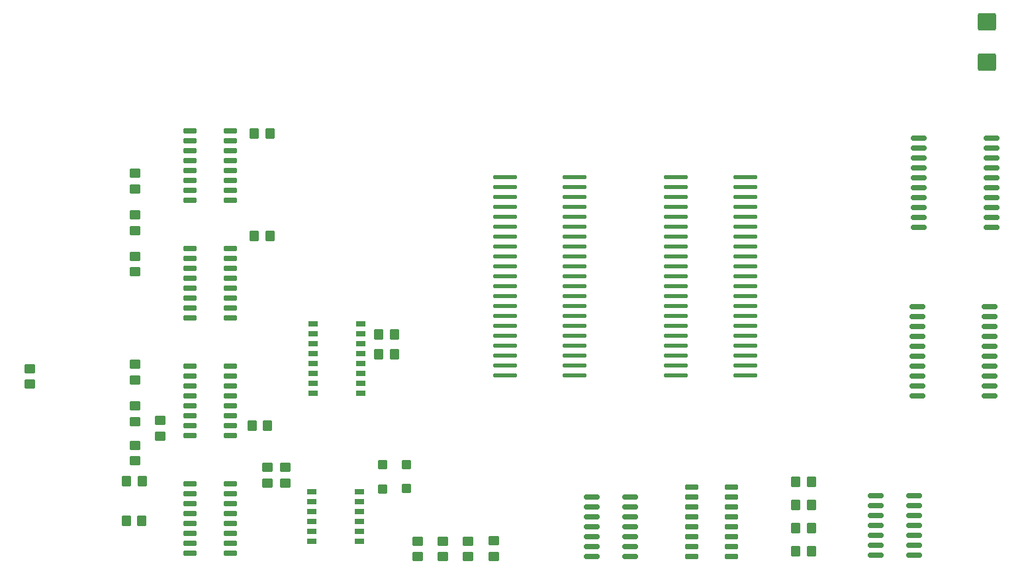
<source format=gbr>
%TF.GenerationSoftware,KiCad,Pcbnew,9.0.4*%
%TF.CreationDate,2025-12-15T16:32:27-04:00*%
%TF.ProjectId,RAMEXPB_V3,52414d45-5850-4425-9f56-332e6b696361,rev?*%
%TF.SameCoordinates,Original*%
%TF.FileFunction,Paste,Top*%
%TF.FilePolarity,Positive*%
%FSLAX46Y46*%
G04 Gerber Fmt 4.6, Leading zero omitted, Abs format (unit mm)*
G04 Created by KiCad (PCBNEW 9.0.4) date 2025-12-15 16:32:27*
%MOMM*%
%LPD*%
G01*
G04 APERTURE LIST*
G04 Aperture macros list*
%AMRoundRect*
0 Rectangle with rounded corners*
0 $1 Rounding radius*
0 $2 $3 $4 $5 $6 $7 $8 $9 X,Y pos of 4 corners*
0 Add a 4 corners polygon primitive as box body*
4,1,4,$2,$3,$4,$5,$6,$7,$8,$9,$2,$3,0*
0 Add four circle primitives for the rounded corners*
1,1,$1+$1,$2,$3*
1,1,$1+$1,$4,$5*
1,1,$1+$1,$6,$7*
1,1,$1+$1,$8,$9*
0 Add four rect primitives between the rounded corners*
20,1,$1+$1,$2,$3,$4,$5,0*
20,1,$1+$1,$4,$5,$6,$7,0*
20,1,$1+$1,$6,$7,$8,$9,0*
20,1,$1+$1,$8,$9,$2,$3,0*%
G04 Aperture macros list end*
%ADD10RoundRect,0.250000X-0.450000X0.350000X-0.450000X-0.350000X0.450000X-0.350000X0.450000X0.350000X0*%
%ADD11RoundRect,0.250000X0.450000X-0.350000X0.450000X0.350000X-0.450000X0.350000X-0.450000X-0.350000X0*%
%ADD12RoundRect,0.250000X0.350000X0.450000X-0.350000X0.450000X-0.350000X-0.450000X0.350000X-0.450000X0*%
%ADD13RoundRect,0.150000X0.725000X0.150000X-0.725000X0.150000X-0.725000X-0.150000X0.725000X-0.150000X0*%
%ADD14RoundRect,0.312500X0.312500X-0.312500X0.312500X0.312500X-0.312500X0.312500X-0.312500X-0.312500X0*%
%ADD15R,1.250000X0.760000*%
%ADD16RoundRect,0.150000X-0.875000X-0.150000X0.875000X-0.150000X0.875000X0.150000X-0.875000X0.150000X0*%
%ADD17RoundRect,0.250000X-0.350000X-0.450000X0.350000X-0.450000X0.350000X0.450000X-0.350000X0.450000X0*%
%ADD18RoundRect,0.137500X-1.361500X-0.137500X1.361500X-0.137500X1.361500X0.137500X-1.361500X0.137500X0*%
%ADD19RoundRect,0.250000X0.925000X-0.875000X0.925000X0.875000X-0.925000X0.875000X-0.925000X-0.875000X0*%
%ADD20RoundRect,0.150000X0.825000X0.150000X-0.825000X0.150000X-0.825000X-0.150000X0.825000X-0.150000X0*%
G04 APERTURE END LIST*
D10*
%TO.C,R9*%
X89275000Y-108955000D03*
X89275000Y-110955000D03*
%TD*%
D11*
%TO.C,R2*%
X92485000Y-118165000D03*
X92485000Y-116165000D03*
%TD*%
D12*
%TO.C,R20*%
X122435000Y-107630000D03*
X120435000Y-107630000D03*
%TD*%
D13*
%TO.C,U2*%
X101500000Y-118063300D03*
X101500000Y-116793300D03*
X101500000Y-115523300D03*
X101500000Y-114253300D03*
X101500000Y-112983300D03*
X101500000Y-111713300D03*
X101500000Y-110443300D03*
X101500000Y-109173300D03*
X96350000Y-109173300D03*
X96350000Y-110443300D03*
X96350000Y-111713300D03*
X96350000Y-112983300D03*
X96350000Y-114253300D03*
X96350000Y-115523300D03*
X96350000Y-116793300D03*
X96350000Y-118063300D03*
%TD*%
%TO.C,U3*%
X165604821Y-133612739D03*
X165604821Y-132342739D03*
X165604821Y-131072739D03*
X165604821Y-129802739D03*
X165604821Y-128532739D03*
X165604821Y-127262739D03*
X165604821Y-125992739D03*
X165604821Y-124722739D03*
X160454821Y-124722739D03*
X160454821Y-125992739D03*
X160454821Y-127262739D03*
X160454821Y-128532739D03*
X160454821Y-129802739D03*
X160454821Y-131072739D03*
X160454821Y-132342739D03*
X160454821Y-133612739D03*
%TD*%
D12*
%TO.C,R15*%
X122445000Y-105135000D03*
X120445000Y-105135000D03*
%TD*%
D11*
%TO.C,R22*%
X125460600Y-133595000D03*
X125460600Y-131595000D03*
%TD*%
D14*
%TO.C,D2*%
X120955000Y-124905000D03*
X120955000Y-121805000D03*
%TD*%
D10*
%TO.C,R13*%
X89275000Y-89800000D03*
X89275000Y-91800000D03*
%TD*%
D12*
%TO.C,R24*%
X106535000Y-79365000D03*
X104535000Y-79365000D03*
%TD*%
D10*
%TO.C,R11*%
X89275000Y-119335000D03*
X89275000Y-121335000D03*
%TD*%
D12*
%TO.C,R25*%
X106535000Y-92475000D03*
X104535000Y-92475000D03*
%TD*%
D15*
%TO.C,SWB1*%
X111870000Y-125300000D03*
X111870000Y-126570000D03*
X111870000Y-127840000D03*
X111870000Y-129110000D03*
X111870000Y-130380000D03*
X111870000Y-131650000D03*
X118020000Y-131650000D03*
X118020000Y-130380000D03*
X118020000Y-129110000D03*
X118020000Y-127840000D03*
X118020000Y-126570000D03*
X118020000Y-125300000D03*
%TD*%
D13*
%TO.C,U10*%
X101500000Y-103006700D03*
X101500000Y-101736700D03*
X101500000Y-100466700D03*
X101500000Y-99196700D03*
X101500000Y-97926700D03*
X101500000Y-96656700D03*
X101500000Y-95386700D03*
X101500000Y-94116700D03*
X96350000Y-94116700D03*
X96350000Y-95386700D03*
X96350000Y-96656700D03*
X96350000Y-97926700D03*
X96350000Y-99196700D03*
X96350000Y-100466700D03*
X96350000Y-101736700D03*
X96350000Y-103006700D03*
%TD*%
D11*
%TO.C,R8*%
X106215000Y-124155000D03*
X106215000Y-122155000D03*
%TD*%
D16*
%TO.C,U7*%
X189550000Y-79965000D03*
X189550000Y-81235000D03*
X189550000Y-82505000D03*
X189550000Y-83775000D03*
X189550000Y-85045000D03*
X189550000Y-86315000D03*
X189550000Y-87585000D03*
X189550000Y-88855000D03*
X189550000Y-90125000D03*
X189550000Y-91395000D03*
X198850000Y-91395000D03*
X198850000Y-90125000D03*
X198850000Y-88855000D03*
X198850000Y-87585000D03*
X198850000Y-86315000D03*
X198850000Y-85045000D03*
X198850000Y-83775000D03*
X198850000Y-82505000D03*
X198850000Y-81235000D03*
X198850000Y-79965000D03*
%TD*%
D17*
%TO.C,R17*%
X88165000Y-128985000D03*
X90165000Y-128985000D03*
%TD*%
%TO.C,R6*%
X173825000Y-129926700D03*
X175825000Y-129926700D03*
%TD*%
D18*
%TO.C,U5*%
X136645000Y-84940000D03*
X136645000Y-86210000D03*
X136645000Y-87480000D03*
X136645000Y-88750000D03*
X136645000Y-90020000D03*
X136645000Y-91290000D03*
X136645000Y-92560000D03*
X136645000Y-93830000D03*
X136645000Y-95100000D03*
X136645000Y-96370000D03*
X136645000Y-97640000D03*
X136645000Y-98910000D03*
X136645000Y-100180000D03*
X136645000Y-101450000D03*
X136645000Y-102720000D03*
X136645000Y-103990000D03*
X136645000Y-105260000D03*
X136645000Y-106530000D03*
X136645000Y-107800000D03*
X136645000Y-109070000D03*
X136645000Y-110340000D03*
X145535000Y-110340000D03*
X145535000Y-109070000D03*
X145535000Y-107800000D03*
X145535000Y-106530000D03*
X145535000Y-105260000D03*
X145535000Y-103990000D03*
X145535000Y-102720000D03*
X145535000Y-101450000D03*
X145535000Y-100180000D03*
X145535000Y-98910000D03*
X145535000Y-97640000D03*
X145535000Y-96370000D03*
X145535000Y-95100000D03*
X145535000Y-93830000D03*
X145535000Y-92560000D03*
X145535000Y-91290000D03*
X145535000Y-90020000D03*
X145535000Y-88750000D03*
X145535000Y-87480000D03*
X145535000Y-86210000D03*
X145535000Y-84940000D03*
%TD*%
D19*
%TO.C,C1*%
X198285000Y-70215000D03*
X198285000Y-65115000D03*
%TD*%
D17*
%TO.C,R18*%
X88205000Y-123935000D03*
X90205000Y-123935000D03*
%TD*%
%TO.C,R5*%
X173825000Y-126958300D03*
X175825000Y-126958300D03*
%TD*%
D15*
%TO.C,SWB2*%
X112050000Y-103800000D03*
X112050000Y-105070000D03*
X112050000Y-106340000D03*
X112050000Y-107610000D03*
X112050000Y-108880000D03*
X112050000Y-110150000D03*
X112050000Y-111420000D03*
X112050000Y-112690000D03*
X118200000Y-112690000D03*
X118200000Y-111420000D03*
X118200000Y-110150000D03*
X118200000Y-108880000D03*
X118200000Y-107610000D03*
X118200000Y-106340000D03*
X118200000Y-105070000D03*
X118200000Y-103800000D03*
%TD*%
D20*
%TO.C,U1*%
X152640000Y-133585000D03*
X152640000Y-132315000D03*
X152640000Y-131045000D03*
X152640000Y-129775000D03*
X152640000Y-128505000D03*
X152640000Y-127235000D03*
X152640000Y-125965000D03*
X147690000Y-125965000D03*
X147690000Y-127235000D03*
X147690000Y-128505000D03*
X147690000Y-129775000D03*
X147690000Y-131045000D03*
X147690000Y-132315000D03*
X147690000Y-133585000D03*
%TD*%
D14*
%TO.C,D1*%
X124025000Y-124885000D03*
X124025000Y-121785000D03*
%TD*%
D11*
%TO.C,R16*%
X131898300Y-133595000D03*
X131898300Y-131595000D03*
%TD*%
D13*
%TO.C,U11*%
X101500000Y-87950000D03*
X101500000Y-86680000D03*
X101500000Y-85410000D03*
X101500000Y-84140000D03*
X101500000Y-82870000D03*
X101500000Y-81600000D03*
X101500000Y-80330000D03*
X101500000Y-79060000D03*
X96350000Y-79060000D03*
X96350000Y-80330000D03*
X96350000Y-81600000D03*
X96350000Y-82870000D03*
X96350000Y-84140000D03*
X96350000Y-85410000D03*
X96350000Y-86680000D03*
X96350000Y-87950000D03*
%TD*%
D17*
%TO.C,R7*%
X173825000Y-123990000D03*
X175825000Y-123990000D03*
%TD*%
D11*
%TO.C,R26*%
X135155000Y-133585000D03*
X135155000Y-131585000D03*
%TD*%
D13*
%TO.C,U9*%
X101500000Y-133120000D03*
X101500000Y-131850000D03*
X101500000Y-130580000D03*
X101500000Y-129310000D03*
X101500000Y-128040000D03*
X101500000Y-126770000D03*
X101500000Y-125500000D03*
X101500000Y-124230000D03*
X96350000Y-124230000D03*
X96350000Y-125500000D03*
X96350000Y-126770000D03*
X96350000Y-128040000D03*
X96350000Y-129310000D03*
X96350000Y-130580000D03*
X96350000Y-131850000D03*
X96350000Y-133120000D03*
%TD*%
D16*
%TO.C,U8*%
X189330000Y-101610000D03*
X189330000Y-102880000D03*
X189330000Y-104150000D03*
X189330000Y-105420000D03*
X189330000Y-106690000D03*
X189330000Y-107960000D03*
X189330000Y-109230000D03*
X189330000Y-110500000D03*
X189330000Y-111770000D03*
X189330000Y-113040000D03*
X198630000Y-113040000D03*
X198630000Y-111770000D03*
X198630000Y-110500000D03*
X198630000Y-109230000D03*
X198630000Y-107960000D03*
X198630000Y-106690000D03*
X198630000Y-105420000D03*
X198630000Y-104150000D03*
X198630000Y-102880000D03*
X198630000Y-101610000D03*
%TD*%
D18*
%TO.C,U6*%
X158425000Y-84940000D03*
X158425000Y-86210000D03*
X158425000Y-87480000D03*
X158425000Y-88750000D03*
X158425000Y-90020000D03*
X158425000Y-91290000D03*
X158425000Y-92560000D03*
X158425000Y-93830000D03*
X158425000Y-95100000D03*
X158425000Y-96370000D03*
X158425000Y-97640000D03*
X158425000Y-98910000D03*
X158425000Y-100180000D03*
X158425000Y-101450000D03*
X158425000Y-102720000D03*
X158425000Y-103990000D03*
X158425000Y-105260000D03*
X158425000Y-106530000D03*
X158425000Y-107800000D03*
X158425000Y-109070000D03*
X158425000Y-110340000D03*
X167315000Y-110340000D03*
X167315000Y-109070000D03*
X167315000Y-107800000D03*
X167315000Y-106530000D03*
X167315000Y-105260000D03*
X167315000Y-103990000D03*
X167315000Y-102720000D03*
X167315000Y-101450000D03*
X167315000Y-100180000D03*
X167315000Y-98910000D03*
X167315000Y-97640000D03*
X167315000Y-96370000D03*
X167315000Y-95100000D03*
X167315000Y-93830000D03*
X167315000Y-92560000D03*
X167315000Y-91290000D03*
X167315000Y-90020000D03*
X167315000Y-88750000D03*
X167315000Y-87480000D03*
X167315000Y-86210000D03*
X167315000Y-84940000D03*
%TD*%
D10*
%TO.C,R10*%
X89275000Y-114285000D03*
X89275000Y-116285000D03*
%TD*%
D17*
%TO.C,R4*%
X173825000Y-132895000D03*
X175825000Y-132895000D03*
%TD*%
D10*
%TO.C,R12*%
X89275000Y-84475000D03*
X89275000Y-86475000D03*
%TD*%
D20*
%TO.C,U4*%
X188955000Y-133445000D03*
X188955000Y-132175000D03*
X188955000Y-130905000D03*
X188955000Y-129635000D03*
X188955000Y-128365000D03*
X188955000Y-127095000D03*
X188955000Y-125825000D03*
X184005000Y-125825000D03*
X184005000Y-127095000D03*
X184005000Y-128365000D03*
X184005000Y-129635000D03*
X184005000Y-130905000D03*
X184005000Y-132175000D03*
X184005000Y-133445000D03*
%TD*%
D10*
%TO.C,R19*%
X108505000Y-122165000D03*
X108505000Y-124165000D03*
%TD*%
%TO.C,R3*%
X75835000Y-109505000D03*
X75835000Y-111505000D03*
%TD*%
D11*
%TO.C,R21*%
X128679400Y-133595000D03*
X128679400Y-131595000D03*
%TD*%
D10*
%TO.C,R14*%
X89275000Y-95125000D03*
X89275000Y-97125000D03*
%TD*%
D17*
%TO.C,R1*%
X104235000Y-116815000D03*
X106235000Y-116815000D03*
%TD*%
M02*

</source>
